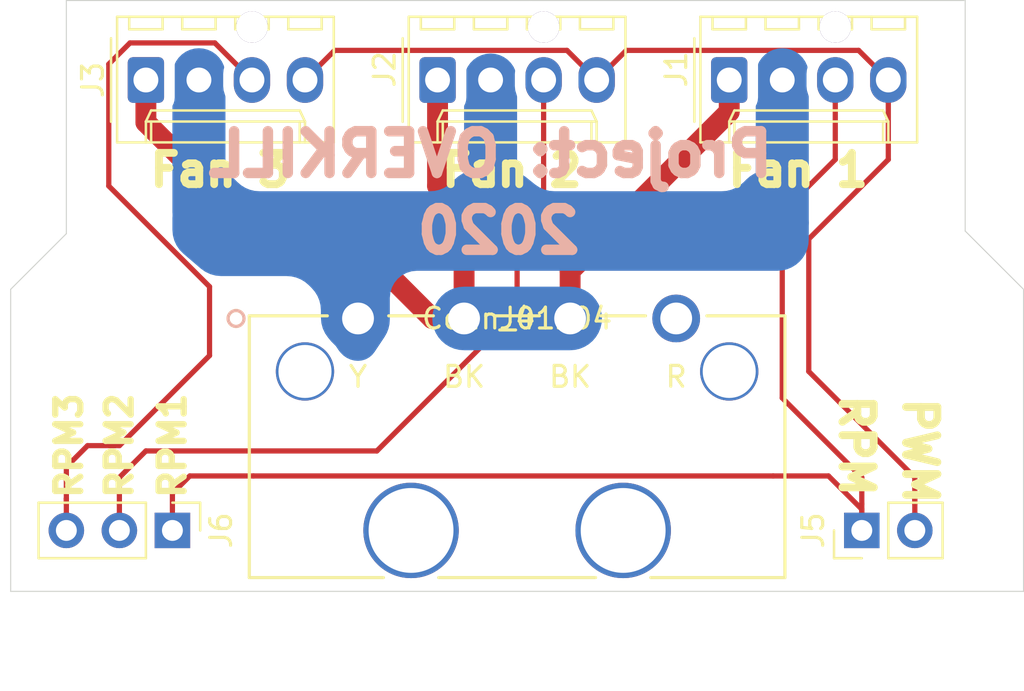
<source format=kicad_pcb>
(kicad_pcb (version 20171130) (host pcbnew "(5.1.6)-1")

  (general
    (thickness 1.6)
    (drawings 27)
    (tracks 57)
    (zones 0)
    (modules 8)
    (nets 8)
  )

  (page A4)
  (layers
    (0 F.Cu signal)
    (31 B.Cu signal)
    (32 B.Adhes user)
    (33 F.Adhes user)
    (34 B.Paste user)
    (35 F.Paste user)
    (36 B.SilkS user)
    (37 F.SilkS user)
    (38 B.Mask user)
    (39 F.Mask user)
    (40 Dwgs.User user)
    (41 Cmts.User user)
    (42 Eco1.User user)
    (43 Eco2.User user)
    (44 Edge.Cuts user)
    (45 Margin user)
    (46 B.CrtYd user)
    (47 F.CrtYd user)
    (48 B.Fab user)
    (49 F.Fab user)
  )

  (setup
    (last_trace_width 0.25)
    (user_trace_width 1)
    (trace_clearance 0.2)
    (zone_clearance 0.508)
    (zone_45_only no)
    (trace_min 0.2)
    (via_size 0.8)
    (via_drill 0.4)
    (via_min_size 0.4)
    (via_min_drill 0.3)
    (user_via 0.8 0.4)
    (uvia_size 0.3)
    (uvia_drill 0.1)
    (uvias_allowed no)
    (uvia_min_size 0.2)
    (uvia_min_drill 0.1)
    (edge_width 0.05)
    (segment_width 0.2)
    (pcb_text_width 0.3)
    (pcb_text_size 1.5 1.5)
    (mod_edge_width 0.12)
    (mod_text_size 1 1)
    (mod_text_width 0.15)
    (pad_size 1.524 1.524)
    (pad_drill 0.762)
    (pad_to_mask_clearance 0.05)
    (aux_axis_origin 0 0)
    (visible_elements 7FFFFFFF)
    (pcbplotparams
      (layerselection 0x010fc_ffffffff)
      (usegerberextensions false)
      (usegerberattributes true)
      (usegerberadvancedattributes true)
      (creategerberjobfile true)
      (excludeedgelayer true)
      (linewidth 0.100000)
      (plotframeref false)
      (viasonmask false)
      (mode 1)
      (useauxorigin false)
      (hpglpennumber 1)
      (hpglpenspeed 20)
      (hpglpendiameter 15.000000)
      (psnegative false)
      (psa4output false)
      (plotreference true)
      (plotvalue true)
      (plotinvisibletext false)
      (padsonsilk false)
      (subtractmaskfromsilk false)
      (outputformat 1)
      (mirror false)
      (drillshape 1)
      (scaleselection 1)
      (outputdirectory ""))
  )

  (net 0 "")
  (net 1 "Net-(J1-Pad1)")
  (net 2 "Net-(J1-Pad2)")
  (net 3 Tach1)
  (net 4 "Net-(J1-Pad4)")
  (net 5 Tach2)
  (net 6 Tach3)
  (net 7 "Net-(J4-Pad4)")

  (net_class Default "This is the default net class."
    (clearance 0.2)
    (trace_width 0.25)
    (via_dia 0.8)
    (via_drill 0.4)
    (uvia_dia 0.3)
    (uvia_drill 0.1)
    (add_net "Net-(J1-Pad1)")
    (add_net "Net-(J1-Pad2)")
    (add_net "Net-(J1-Pad4)")
    (add_net "Net-(J4-Pad4)")
    (add_net Tach1)
    (add_net Tach2)
    (add_net Tach3)
  )

  (module MountingHole:MountingHole_3.5mm (layer F.Cu) (tedit 56D1B4CB) (tstamp 5FACD7CA)
    (at 152.4 128.27)
    (descr "Mounting Hole 3.5mm, no annular")
    (tags "mounting hole 3.5mm no annular")
    (path /5FAE4514)
    (attr virtual)
    (fp_text reference H1 (at 0 -4.5) (layer Cmts.User)
      (effects (font (size 1 1) (thickness 0.15)))
    )
    (fp_text value MountingHole (at 0 4.5) (layer F.Fab)
      (effects (font (size 1 1) (thickness 0.15)))
    )
    (fp_circle (center 0 0) (end 3.75 0) (layer F.CrtYd) (width 0.05))
    (fp_circle (center 0 0) (end 3.5 0) (layer Cmts.User) (width 0.15))
    (fp_text user %R (at 0.3 0) (layer F.Fab)
      (effects (font (size 1 1) (thickness 0.15)))
    )
    (pad 1 np_thru_hole circle (at 0 0) (size 3.5 3.5) (drill 3.5) (layers *.Cu *.Mask))
  )

  (module MountingHole:MountingHole_3.5mm (layer F.Cu) (tedit 56D1B4CB) (tstamp 5FACD812)
    (at 114.3 128.27)
    (descr "Mounting Hole 3.5mm, no annular")
    (tags "mounting hole 3.5mm no annular")
    (path /5FAE60BF)
    (attr virtual)
    (fp_text reference H2 (at 0 -4.5) (layer Cmts.User)
      (effects (font (size 1 1) (thickness 0.15)))
    )
    (fp_text value MountingHole (at 0 4.5) (layer F.Fab)
      (effects (font (size 1 1) (thickness 0.15)))
    )
    (fp_text user %R (at 0.3 0) (layer F.Fab)
      (effects (font (size 1 1) (thickness 0.15)))
    )
    (fp_circle (center 0 0) (end 3.5 0) (layer Cmts.User) (width 0.15))
    (fp_circle (center 0 0) (end 3.75 0) (layer F.CrtYd) (width 0.05))
    (pad 1 np_thru_hole circle (at 0 0) (size 3.5 3.5) (drill 3.5) (layers *.Cu *.Mask))
  )

  (module Connector_Molex:4_pin_fan_header.-.Molex-470531000 (layer F.Cu) (tedit 5FAC016D) (tstamp 5FACCFBB)
    (at 143.51 116.84)
    (descr "Molex KK-254 Interconnect System, old/engineering part number: AE-6410-04A example for new part number: 22-27-2041, 4 Pins (http://www.molex.com/pdm_docs/sd/022272021_sd.pdf), generated with kicad-footprint-generator")
    (tags "connector Molex KK-254 vertical")
    (path /5FAC54EC)
    (fp_text reference J1 (at -2.54 -0.508 90) (layer F.SilkS)
      (effects (font (size 1 1) (thickness 0.15)))
    )
    (fp_text value Conn_01x04 (at 3.81 4.08) (layer F.Fab)
      (effects (font (size 1 1) (thickness 0.15)))
    )
    (fp_line (start -1.27 -2.92) (end -1.27 2.88) (layer F.Fab) (width 0.1))
    (fp_line (start -1.27 2.88) (end 8.89 2.88) (layer F.Fab) (width 0.1))
    (fp_line (start 8.89 2.88) (end 8.89 -2.92) (layer F.Fab) (width 0.1))
    (fp_line (start 8.89 -2.92) (end -1.27 -2.92) (layer F.Fab) (width 0.1))
    (fp_line (start -1.38 -3.03) (end -1.38 2.99) (layer F.SilkS) (width 0.12))
    (fp_line (start -1.38 2.99) (end 9 2.99) (layer F.SilkS) (width 0.12))
    (fp_line (start 9 2.99) (end 9 -3.03) (layer F.SilkS) (width 0.12))
    (fp_line (start 9 -3.03) (end -1.38 -3.03) (layer F.SilkS) (width 0.12))
    (fp_line (start -1.67 -2) (end -1.67 2) (layer F.SilkS) (width 0.12))
    (fp_line (start -1.27 -0.5) (end -0.562893 0) (layer F.Fab) (width 0.1))
    (fp_line (start -0.562893 0) (end -1.27 0.5) (layer F.Fab) (width 0.1))
    (fp_line (start 0 2.99) (end 0 1.99) (layer F.SilkS) (width 0.12))
    (fp_line (start 0 1.99) (end 7.62 1.99) (layer F.SilkS) (width 0.12))
    (fp_line (start 7.62 1.99) (end 7.62 2.99) (layer F.SilkS) (width 0.12))
    (fp_line (start 0 1.99) (end 0.25 1.46) (layer F.SilkS) (width 0.12))
    (fp_line (start 0.25 1.46) (end 7.37 1.46) (layer F.SilkS) (width 0.12))
    (fp_line (start 7.37 1.46) (end 7.62 1.99) (layer F.SilkS) (width 0.12))
    (fp_line (start 0.25 2.99) (end 0.25 1.99) (layer F.SilkS) (width 0.12))
    (fp_line (start 7.37 2.99) (end 7.37 1.99) (layer F.SilkS) (width 0.12))
    (fp_line (start -0.8 -3.03) (end -0.8 -2.43) (layer F.SilkS) (width 0.12))
    (fp_line (start -0.8 -2.43) (end 0.8 -2.43) (layer F.SilkS) (width 0.12))
    (fp_line (start 0.8 -2.43) (end 0.8 -3.03) (layer F.SilkS) (width 0.12))
    (fp_line (start 1.74 -3.03) (end 1.74 -2.43) (layer F.SilkS) (width 0.12))
    (fp_line (start 1.74 -2.43) (end 3.34 -2.43) (layer F.SilkS) (width 0.12))
    (fp_line (start 3.34 -2.43) (end 3.34 -3.03) (layer F.SilkS) (width 0.12))
    (fp_line (start 4.28 -3.03) (end 4.28 -2.43) (layer F.SilkS) (width 0.12))
    (fp_line (start 4.28 -2.43) (end 5.88 -2.43) (layer F.SilkS) (width 0.12))
    (fp_line (start 5.88 -2.43) (end 5.88 -3.03) (layer F.SilkS) (width 0.12))
    (fp_line (start 6.82 -3.03) (end 6.82 -2.43) (layer F.SilkS) (width 0.12))
    (fp_line (start 6.82 -2.43) (end 8.42 -2.43) (layer F.SilkS) (width 0.12))
    (fp_line (start 8.42 -2.43) (end 8.42 -3.03) (layer F.SilkS) (width 0.12))
    (fp_line (start -1.77 -3.42) (end -1.77 3.38) (layer F.CrtYd) (width 0.05))
    (fp_line (start -1.77 3.38) (end 9.39 3.38) (layer F.CrtYd) (width 0.05))
    (fp_line (start 9.39 3.38) (end 9.39 -3.42) (layer F.CrtYd) (width 0.05))
    (fp_line (start 9.39 -3.42) (end -1.77 -3.42) (layer F.CrtYd) (width 0.05))
    (fp_text user %R (at 3.81 -2.22) (layer F.Fab)
      (effects (font (size 1 1) (thickness 0.15)))
    )
    (pad 1 thru_hole roundrect (at 0 0) (size 1.74 2.19) (drill 1.19) (layers *.Cu *.Mask) (roundrect_rratio 0.143678)
      (net 1 "Net-(J1-Pad1)"))
    (pad 2 thru_hole oval (at 2.54 0) (size 1.74 2.19) (drill 1.19) (layers *.Cu *.Mask)
      (net 2 "Net-(J1-Pad2)"))
    (pad 3 thru_hole oval (at 5.08 0) (size 1.74 2.19) (drill 1.19) (layers *.Cu *.Mask)
      (net 3 Tach1))
    (pad 4 thru_hole oval (at 7.62 0) (size 1.74 2.19) (drill 1.19) (layers *.Cu *.Mask)
      (net 4 "Net-(J1-Pad4)"))
    (pad "" thru_hole circle (at 5.08 -2.54) (size 1.5 1.5) (drill 1.5) (layers *.Cu *.Mask))
    (model ${KISYS3DMOD}/Connector_Molex.3dshapes/Molex_KK-254_AE-6410-04A_1x04_P2.54mm_Vertical.wrl
      (at (xyz 0 0 0))
      (scale (xyz 1 1 1))
      (rotate (xyz 0 0 0))
    )
  )

  (module Connector_Molex:4_pin_fan_header.-.Molex-470531000 (layer F.Cu) (tedit 5FAC016D) (tstamp 5FACCFE8)
    (at 129.54 116.84)
    (descr "Molex KK-254 Interconnect System, old/engineering part number: AE-6410-04A example for new part number: 22-27-2041, 4 Pins (http://www.molex.com/pdm_docs/sd/022272021_sd.pdf), generated with kicad-footprint-generator")
    (tags "connector Molex KK-254 vertical")
    (path /5FAD8A42)
    (fp_text reference J2 (at -2.54 -0.508 90) (layer F.SilkS)
      (effects (font (size 1 1) (thickness 0.15)))
    )
    (fp_text value Conn_01x04 (at 3.81 4.08) (layer F.Fab)
      (effects (font (size 1 1) (thickness 0.15)))
    )
    (fp_text user %R (at 3.81 -2.22) (layer F.Fab)
      (effects (font (size 1 1) (thickness 0.15)))
    )
    (fp_line (start 9.39 -3.42) (end -1.77 -3.42) (layer F.CrtYd) (width 0.05))
    (fp_line (start 9.39 3.38) (end 9.39 -3.42) (layer F.CrtYd) (width 0.05))
    (fp_line (start -1.77 3.38) (end 9.39 3.38) (layer F.CrtYd) (width 0.05))
    (fp_line (start -1.77 -3.42) (end -1.77 3.38) (layer F.CrtYd) (width 0.05))
    (fp_line (start 8.42 -2.43) (end 8.42 -3.03) (layer F.SilkS) (width 0.12))
    (fp_line (start 6.82 -2.43) (end 8.42 -2.43) (layer F.SilkS) (width 0.12))
    (fp_line (start 6.82 -3.03) (end 6.82 -2.43) (layer F.SilkS) (width 0.12))
    (fp_line (start 5.88 -2.43) (end 5.88 -3.03) (layer F.SilkS) (width 0.12))
    (fp_line (start 4.28 -2.43) (end 5.88 -2.43) (layer F.SilkS) (width 0.12))
    (fp_line (start 4.28 -3.03) (end 4.28 -2.43) (layer F.SilkS) (width 0.12))
    (fp_line (start 3.34 -2.43) (end 3.34 -3.03) (layer F.SilkS) (width 0.12))
    (fp_line (start 1.74 -2.43) (end 3.34 -2.43) (layer F.SilkS) (width 0.12))
    (fp_line (start 1.74 -3.03) (end 1.74 -2.43) (layer F.SilkS) (width 0.12))
    (fp_line (start 0.8 -2.43) (end 0.8 -3.03) (layer F.SilkS) (width 0.12))
    (fp_line (start -0.8 -2.43) (end 0.8 -2.43) (layer F.SilkS) (width 0.12))
    (fp_line (start -0.8 -3.03) (end -0.8 -2.43) (layer F.SilkS) (width 0.12))
    (fp_line (start 7.37 2.99) (end 7.37 1.99) (layer F.SilkS) (width 0.12))
    (fp_line (start 0.25 2.99) (end 0.25 1.99) (layer F.SilkS) (width 0.12))
    (fp_line (start 7.37 1.46) (end 7.62 1.99) (layer F.SilkS) (width 0.12))
    (fp_line (start 0.25 1.46) (end 7.37 1.46) (layer F.SilkS) (width 0.12))
    (fp_line (start 0 1.99) (end 0.25 1.46) (layer F.SilkS) (width 0.12))
    (fp_line (start 7.62 1.99) (end 7.62 2.99) (layer F.SilkS) (width 0.12))
    (fp_line (start 0 1.99) (end 7.62 1.99) (layer F.SilkS) (width 0.12))
    (fp_line (start 0 2.99) (end 0 1.99) (layer F.SilkS) (width 0.12))
    (fp_line (start -0.562893 0) (end -1.27 0.5) (layer F.Fab) (width 0.1))
    (fp_line (start -1.27 -0.5) (end -0.562893 0) (layer F.Fab) (width 0.1))
    (fp_line (start -1.67 -2) (end -1.67 2) (layer F.SilkS) (width 0.12))
    (fp_line (start 9 -3.03) (end -1.38 -3.03) (layer F.SilkS) (width 0.12))
    (fp_line (start 9 2.99) (end 9 -3.03) (layer F.SilkS) (width 0.12))
    (fp_line (start -1.38 2.99) (end 9 2.99) (layer F.SilkS) (width 0.12))
    (fp_line (start -1.38 -3.03) (end -1.38 2.99) (layer F.SilkS) (width 0.12))
    (fp_line (start 8.89 -2.92) (end -1.27 -2.92) (layer F.Fab) (width 0.1))
    (fp_line (start 8.89 2.88) (end 8.89 -2.92) (layer F.Fab) (width 0.1))
    (fp_line (start -1.27 2.88) (end 8.89 2.88) (layer F.Fab) (width 0.1))
    (fp_line (start -1.27 -2.92) (end -1.27 2.88) (layer F.Fab) (width 0.1))
    (pad "" thru_hole circle (at 5.08 -2.54) (size 1.5 1.5) (drill 1.5) (layers *.Cu *.Mask))
    (pad 4 thru_hole oval (at 7.62 0) (size 1.74 2.19) (drill 1.19) (layers *.Cu *.Mask)
      (net 4 "Net-(J1-Pad4)"))
    (pad 3 thru_hole oval (at 5.08 0) (size 1.74 2.19) (drill 1.19) (layers *.Cu *.Mask)
      (net 5 Tach2))
    (pad 2 thru_hole oval (at 2.54 0) (size 1.74 2.19) (drill 1.19) (layers *.Cu *.Mask)
      (net 2 "Net-(J1-Pad2)"))
    (pad 1 thru_hole roundrect (at 0 0) (size 1.74 2.19) (drill 1.19) (layers *.Cu *.Mask) (roundrect_rratio 0.143678)
      (net 1 "Net-(J1-Pad1)"))
    (model ${KISYS3DMOD}/Connector_Molex.3dshapes/Molex_KK-254_AE-6410-04A_1x04_P2.54mm_Vertical.wrl
      (at (xyz 0 0 0))
      (scale (xyz 1 1 1))
      (rotate (xyz 0 0 0))
    )
  )

  (module Connector_Molex:4_pin_fan_header.-.Molex-470531000 (layer F.Cu) (tedit 5FAC016D) (tstamp 5FACD015)
    (at 115.57 116.84)
    (descr "Molex KK-254 Interconnect System, old/engineering part number: AE-6410-04A example for new part number: 22-27-2041, 4 Pins (http://www.molex.com/pdm_docs/sd/022272021_sd.pdf), generated with kicad-footprint-generator")
    (tags "connector Molex KK-254 vertical")
    (path /5FADABF8)
    (fp_text reference J3 (at -2.54 0 90) (layer F.SilkS)
      (effects (font (size 1 1) (thickness 0.15)))
    )
    (fp_text value Conn_01x04 (at 3.81 4.08) (layer F.Fab)
      (effects (font (size 1 1) (thickness 0.15)))
    )
    (fp_line (start -1.27 -2.92) (end -1.27 2.88) (layer F.Fab) (width 0.1))
    (fp_line (start -1.27 2.88) (end 8.89 2.88) (layer F.Fab) (width 0.1))
    (fp_line (start 8.89 2.88) (end 8.89 -2.92) (layer F.Fab) (width 0.1))
    (fp_line (start 8.89 -2.92) (end -1.27 -2.92) (layer F.Fab) (width 0.1))
    (fp_line (start -1.38 -3.03) (end -1.38 2.99) (layer F.SilkS) (width 0.12))
    (fp_line (start -1.38 2.99) (end 9 2.99) (layer F.SilkS) (width 0.12))
    (fp_line (start 9 2.99) (end 9 -3.03) (layer F.SilkS) (width 0.12))
    (fp_line (start 9 -3.03) (end -1.38 -3.03) (layer F.SilkS) (width 0.12))
    (fp_line (start -1.67 -2) (end -1.67 2) (layer F.SilkS) (width 0.12))
    (fp_line (start -1.27 -0.5) (end -0.562893 0) (layer F.Fab) (width 0.1))
    (fp_line (start -0.562893 0) (end -1.27 0.5) (layer F.Fab) (width 0.1))
    (fp_line (start 0 2.99) (end 0 1.99) (layer F.SilkS) (width 0.12))
    (fp_line (start 0 1.99) (end 7.62 1.99) (layer F.SilkS) (width 0.12))
    (fp_line (start 7.62 1.99) (end 7.62 2.99) (layer F.SilkS) (width 0.12))
    (fp_line (start 0 1.99) (end 0.25 1.46) (layer F.SilkS) (width 0.12))
    (fp_line (start 0.25 1.46) (end 7.37 1.46) (layer F.SilkS) (width 0.12))
    (fp_line (start 7.37 1.46) (end 7.62 1.99) (layer F.SilkS) (width 0.12))
    (fp_line (start 0.25 2.99) (end 0.25 1.99) (layer F.SilkS) (width 0.12))
    (fp_line (start 7.37 2.99) (end 7.37 1.99) (layer F.SilkS) (width 0.12))
    (fp_line (start -0.8 -3.03) (end -0.8 -2.43) (layer F.SilkS) (width 0.12))
    (fp_line (start -0.8 -2.43) (end 0.8 -2.43) (layer F.SilkS) (width 0.12))
    (fp_line (start 0.8 -2.43) (end 0.8 -3.03) (layer F.SilkS) (width 0.12))
    (fp_line (start 1.74 -3.03) (end 1.74 -2.43) (layer F.SilkS) (width 0.12))
    (fp_line (start 1.74 -2.43) (end 3.34 -2.43) (layer F.SilkS) (width 0.12))
    (fp_line (start 3.34 -2.43) (end 3.34 -3.03) (layer F.SilkS) (width 0.12))
    (fp_line (start 4.28 -3.03) (end 4.28 -2.43) (layer F.SilkS) (width 0.12))
    (fp_line (start 4.28 -2.43) (end 5.88 -2.43) (layer F.SilkS) (width 0.12))
    (fp_line (start 5.88 -2.43) (end 5.88 -3.03) (layer F.SilkS) (width 0.12))
    (fp_line (start 6.82 -3.03) (end 6.82 -2.43) (layer F.SilkS) (width 0.12))
    (fp_line (start 6.82 -2.43) (end 8.42 -2.43) (layer F.SilkS) (width 0.12))
    (fp_line (start 8.42 -2.43) (end 8.42 -3.03) (layer F.SilkS) (width 0.12))
    (fp_line (start -1.77 -3.42) (end -1.77 3.38) (layer F.CrtYd) (width 0.05))
    (fp_line (start -1.77 3.38) (end 9.39 3.38) (layer F.CrtYd) (width 0.05))
    (fp_line (start 9.39 3.38) (end 9.39 -3.42) (layer F.CrtYd) (width 0.05))
    (fp_line (start 9.39 -3.42) (end -1.77 -3.42) (layer F.CrtYd) (width 0.05))
    (fp_text user %R (at 3.81 -2.22) (layer F.Fab)
      (effects (font (size 1 1) (thickness 0.15)))
    )
    (pad 1 thru_hole roundrect (at 0 0) (size 1.74 2.19) (drill 1.19) (layers *.Cu *.Mask) (roundrect_rratio 0.143678)
      (net 1 "Net-(J1-Pad1)"))
    (pad 2 thru_hole oval (at 2.54 0) (size 1.74 2.19) (drill 1.19) (layers *.Cu *.Mask)
      (net 2 "Net-(J1-Pad2)"))
    (pad 3 thru_hole oval (at 5.08 0) (size 1.74 2.19) (drill 1.19) (layers *.Cu *.Mask)
      (net 6 Tach3))
    (pad 4 thru_hole oval (at 7.62 0) (size 1.74 2.19) (drill 1.19) (layers *.Cu *.Mask)
      (net 4 "Net-(J1-Pad4)"))
    (pad "" thru_hole circle (at 5.08 -2.54) (size 1.5 1.5) (drill 1.5) (layers *.Cu *.Mask))
    (model ${KISYS3DMOD}/Connector_Molex.3dshapes/Molex_KK-254_AE-6410-04A_1x04_P2.54mm_Vertical.wrl
      (at (xyz 0 0 0))
      (scale (xyz 1 1 1))
      (rotate (xyz 0 0 0))
    )
  )

  (module Connector_Mate-N-Lok:641737-1 (layer F.Cu) (tedit 0) (tstamp 5FACD039)
    (at 125.73 128.27)
    (path /5FAF04AC)
    (fp_text reference J4 (at 7.62 0) (layer F.SilkS)
      (effects (font (size 1 1) (thickness 0.15)))
    )
    (fp_text value Conn_01x04 (at 7.62 0) (layer F.SilkS)
      (effects (font (size 1 1) (thickness 0.15)))
    )
    (fp_circle (center 0 -1.905) (end 0.381 -1.905) (layer F.Fab) (width 0.1524))
    (fp_circle (center -5.842 0) (end -5.461 0) (layer B.SilkS) (width 0.1524))
    (fp_circle (center -5.842 0) (end -5.461 0) (layer F.SilkS) (width 0.1524))
    (fp_line (start 20.574 -1.397) (end -5.334 -1.397) (layer F.CrtYd) (width 0.1524))
    (fp_line (start 20.574 12.7) (end 20.574 -1.397) (layer F.CrtYd) (width 0.1524))
    (fp_line (start -5.334 12.7) (end 20.574 12.7) (layer F.CrtYd) (width 0.1524))
    (fp_line (start -5.334 -1.397) (end -5.334 12.7) (layer F.CrtYd) (width 0.1524))
    (fp_line (start 14.021925 12.4206) (end 20.447 12.4206) (layer F.SilkS) (width 0.1524))
    (fp_line (start 3.861925 12.4206) (end 11.378075 12.4206) (layer F.SilkS) (width 0.1524))
    (fp_line (start 13.769735 -0.127) (end 11.630265 -0.127) (layer F.SilkS) (width 0.1524))
    (fp_line (start 8.689735 -0.127) (end 6.550265 -0.127) (layer F.SilkS) (width 0.1524))
    (fp_line (start 3.609735 -0.127) (end 1.470265 -0.127) (layer F.SilkS) (width 0.1524))
    (fp_line (start -1.470265 -0.127) (end -5.207 -0.127) (layer F.SilkS) (width 0.1524))
    (fp_line (start -5.08 0) (end -5.08 12.2936) (layer F.Fab) (width 0.1524))
    (fp_line (start 20.32 0) (end -5.08 0) (layer F.Fab) (width 0.1524))
    (fp_line (start 20.32 12.2936) (end 20.32 0) (layer F.Fab) (width 0.1524))
    (fp_line (start -5.08 12.2936) (end 20.32 12.2936) (layer F.Fab) (width 0.1524))
    (fp_line (start -5.207 -0.127) (end -5.207 12.4206) (layer F.SilkS) (width 0.1524))
    (fp_line (start 20.447 -0.127) (end 16.710265 -0.127) (layer F.SilkS) (width 0.1524))
    (fp_line (start 20.447 12.4206) (end 20.447 -0.127) (layer F.SilkS) (width 0.1524))
    (fp_line (start -5.207 12.4206) (end 1.218075 12.4206) (layer F.SilkS) (width 0.1524))
    (fp_text user "Copyright 2016 Accelerated Designs. All rights reserved." (at 0 0) (layer Cmts.User)
      (effects (font (size 0.127 0.127) (thickness 0.002)))
    )
    (fp_text user * (at 0 0) (layer F.SilkS)
      (effects (font (size 1 1) (thickness 0.15)))
    )
    (fp_text user * (at 0 0) (layer F.Fab)
      (effects (font (size 1 1) (thickness 0.15)))
    )
    (pad 1 thru_hole circle (at 0 0) (size 2.286 2.286) (drill 1.524) (layers *.Cu *.Mask)
      (net 2 "Net-(J1-Pad2)"))
    (pad 2 thru_hole circle (at 5.08 0) (size 2.286 2.286) (drill 1.524) (layers *.Cu *.Mask)
      (net 1 "Net-(J1-Pad1)"))
    (pad 3 thru_hole circle (at 10.16 0) (size 2.286 2.286) (drill 1.524) (layers *.Cu *.Mask)
      (net 1 "Net-(J1-Pad1)"))
    (pad 4 thru_hole circle (at 15.24 0) (size 2.286 2.286) (drill 1.524) (layers *.Cu *.Mask)
      (net 7 "Net-(J4-Pad4)"))
    (pad 5 thru_hole circle (at -2.54 2.54) (size 2.794 2.794) (drill 2.54) (layers *.Cu *.Mask))
    (pad 6 thru_hole circle (at 17.78 2.54) (size 2.794 2.794) (drill 2.54) (layers *.Cu *.Mask))
    (pad 7 thru_hole circle (at 2.54 10.16) (size 4.572 4.572) (drill 4.064) (layers *.Cu *.Mask))
    (pad 8 thru_hole circle (at 12.7 10.16) (size 4.572 4.572) (drill 4.064) (layers *.Cu *.Mask))
  )

  (module Connector_PinHeader_2.54mm:PinHeader_1x02_P2.54mm_Vertical (layer F.Cu) (tedit 59FED5CC) (tstamp 5FACD8E0)
    (at 149.86 138.43 90)
    (descr "Through hole straight pin header, 1x02, 2.54mm pitch, single row")
    (tags "Through hole pin header THT 1x02 2.54mm single row")
    (path /5FAC78EE)
    (fp_text reference J5 (at 0 -2.33 90) (layer F.SilkS)
      (effects (font (size 1 1) (thickness 0.15)))
    )
    (fp_text value Conn_01x02_Female (at 0 4.87 90) (layer F.Fab)
      (effects (font (size 1 1) (thickness 0.15)))
    )
    (fp_line (start 1.8 -1.8) (end -1.8 -1.8) (layer F.CrtYd) (width 0.05))
    (fp_line (start 1.8 4.35) (end 1.8 -1.8) (layer F.CrtYd) (width 0.05))
    (fp_line (start -1.8 4.35) (end 1.8 4.35) (layer F.CrtYd) (width 0.05))
    (fp_line (start -1.8 -1.8) (end -1.8 4.35) (layer F.CrtYd) (width 0.05))
    (fp_line (start -1.33 -1.33) (end 0 -1.33) (layer F.SilkS) (width 0.12))
    (fp_line (start -1.33 0) (end -1.33 -1.33) (layer F.SilkS) (width 0.12))
    (fp_line (start -1.33 1.27) (end 1.33 1.27) (layer F.SilkS) (width 0.12))
    (fp_line (start 1.33 1.27) (end 1.33 3.87) (layer F.SilkS) (width 0.12))
    (fp_line (start -1.33 1.27) (end -1.33 3.87) (layer F.SilkS) (width 0.12))
    (fp_line (start -1.33 3.87) (end 1.33 3.87) (layer F.SilkS) (width 0.12))
    (fp_line (start -1.27 -0.635) (end -0.635 -1.27) (layer F.Fab) (width 0.1))
    (fp_line (start -1.27 3.81) (end -1.27 -0.635) (layer F.Fab) (width 0.1))
    (fp_line (start 1.27 3.81) (end -1.27 3.81) (layer F.Fab) (width 0.1))
    (fp_line (start 1.27 -1.27) (end 1.27 3.81) (layer F.Fab) (width 0.1))
    (fp_line (start -0.635 -1.27) (end 1.27 -1.27) (layer F.Fab) (width 0.1))
    (fp_text user %R (at 0 1.27) (layer F.Fab)
      (effects (font (size 1 1) (thickness 0.15)))
    )
    (pad 1 thru_hole rect (at 0 0 90) (size 1.7 1.7) (drill 1) (layers *.Cu *.Mask)
      (net 3 Tach1))
    (pad 2 thru_hole oval (at 0 2.54 90) (size 1.7 1.7) (drill 1) (layers *.Cu *.Mask)
      (net 4 "Net-(J1-Pad4)"))
    (model ${KISYS3DMOD}/Connector_PinHeader_2.54mm.3dshapes/PinHeader_1x02_P2.54mm_Vertical.wrl
      (at (xyz 0 0 0))
      (scale (xyz 1 1 1))
      (rotate (xyz 0 0 0))
    )
  )

  (module Connector_PinHeader_2.54mm:PinHeader_1x03_P2.54mm_Vertical (layer F.Cu) (tedit 59FED5CC) (tstamp 5FACD066)
    (at 116.84 138.43 270)
    (descr "Through hole straight pin header, 1x03, 2.54mm pitch, single row")
    (tags "Through hole pin header THT 1x03 2.54mm single row")
    (path /5FAEC6E4)
    (fp_text reference J6 (at 0 -2.33 90) (layer F.SilkS)
      (effects (font (size 1 1) (thickness 0.15)))
    )
    (fp_text value Conn_01x03 (at 0 7.41 90) (layer F.Fab)
      (effects (font (size 1 1) (thickness 0.15)))
    )
    (fp_line (start 1.8 -1.8) (end -1.8 -1.8) (layer F.CrtYd) (width 0.05))
    (fp_line (start 1.8 6.85) (end 1.8 -1.8) (layer F.CrtYd) (width 0.05))
    (fp_line (start -1.8 6.85) (end 1.8 6.85) (layer F.CrtYd) (width 0.05))
    (fp_line (start -1.8 -1.8) (end -1.8 6.85) (layer F.CrtYd) (width 0.05))
    (fp_line (start -1.33 -1.33) (end 0 -1.33) (layer F.SilkS) (width 0.12))
    (fp_line (start -1.33 0) (end -1.33 -1.33) (layer F.SilkS) (width 0.12))
    (fp_line (start -1.33 1.27) (end 1.33 1.27) (layer F.SilkS) (width 0.12))
    (fp_line (start 1.33 1.27) (end 1.33 6.41) (layer F.SilkS) (width 0.12))
    (fp_line (start -1.33 1.27) (end -1.33 6.41) (layer F.SilkS) (width 0.12))
    (fp_line (start -1.33 6.41) (end 1.33 6.41) (layer F.SilkS) (width 0.12))
    (fp_line (start -1.27 -0.635) (end -0.635 -1.27) (layer F.Fab) (width 0.1))
    (fp_line (start -1.27 6.35) (end -1.27 -0.635) (layer F.Fab) (width 0.1))
    (fp_line (start 1.27 6.35) (end -1.27 6.35) (layer F.Fab) (width 0.1))
    (fp_line (start 1.27 -1.27) (end 1.27 6.35) (layer F.Fab) (width 0.1))
    (fp_line (start -0.635 -1.27) (end 1.27 -1.27) (layer F.Fab) (width 0.1))
    (fp_text user %R (at 0 2.54) (layer F.Fab)
      (effects (font (size 1 1) (thickness 0.15)))
    )
    (pad 1 thru_hole rect (at 0 0 270) (size 1.7 1.7) (drill 1) (layers *.Cu *.Mask)
      (net 3 Tach1))
    (pad 2 thru_hole oval (at 0 2.54 270) (size 1.7 1.7) (drill 1) (layers *.Cu *.Mask)
      (net 5 Tach2))
    (pad 3 thru_hole oval (at 0 5.08 270) (size 1.7 1.7) (drill 1) (layers *.Cu *.Mask)
      (net 6 Tach3))
    (model ${KISYS3DMOD}/Connector_PinHeader_2.54mm.3dshapes/PinHeader_1x03_P2.54mm_Vertical.wrl
      (at (xyz 0 0 0))
      (scale (xyz 1 1 1))
      (rotate (xyz 0 0 0))
    )
  )

  (gr_text 2020 (at 132.461 124.079) (layer B.SilkS)
    (effects (font (size 2 2) (thickness 0.5)) (justify mirror))
  )
  (gr_text "Project: OVERKILL" (at 132.08 120.396) (layer B.SilkS)
    (effects (font (size 2 2) (thickness 0.5)) (justify mirror))
  )
  (gr_text R (at 140.97 131.064) (layer F.SilkS)
    (effects (font (size 1 1) (thickness 0.15)))
  )
  (gr_text BK (at 135.89 131.064) (layer F.SilkS)
    (effects (font (size 1 1) (thickness 0.15)))
  )
  (gr_text BK (at 130.81 131.064) (layer F.SilkS)
    (effects (font (size 1 1) (thickness 0.15)))
  )
  (gr_text Y (at 125.73 131.064) (layer F.SilkS)
    (effects (font (size 1 1) (thickness 0.15)))
  )
  (gr_line (start 154.813 124.079) (end 154.813 113.03) (layer Edge.Cuts) (width 0.05))
  (gr_line (start 157.607 126.873) (end 154.813 124.079) (layer Edge.Cuts) (width 0.05))
  (gr_line (start 111.76 124.206) (end 111.76 113.03) (layer Edge.Cuts) (width 0.05))
  (gr_line (start 109.093 126.873) (end 111.76 124.206) (layer Edge.Cuts) (width 0.05))
  (gr_line (start 154.813 113.03) (end 133.985 113.03) (layer Edge.Cuts) (width 0.05) (tstamp 5FACDE5E))
  (gr_line (start 157.607 141.351) (end 157.607 126.873) (layer Edge.Cuts) (width 0.05))
  (gr_line (start 109.093 141.351) (end 157.607 141.351) (layer Edge.Cuts) (width 0.05))
  (gr_line (start 109.093 126.873) (end 109.093 141.351) (layer Edge.Cuts) (width 0.05))
  (gr_line (start 133.985 113.03) (end 111.76 113.03) (layer Edge.Cuts) (width 0.05))
  (gr_text RPM3 (at 111.887 134.366 90) (layer F.SilkS) (tstamp 5FACDE58)
    (effects (font (size 1.2 1.2) (thickness 0.3)))
  )
  (gr_text RPM2 (at 114.3 134.366 90) (layer F.SilkS) (tstamp 5FACDE58)
    (effects (font (size 1.2 1.2) (thickness 0.3)))
  )
  (gr_text RPM1 (at 116.84 134.366 90) (layer F.SilkS)
    (effects (font (size 1.2 1.2) (thickness 0.3)))
  )
  (gr_text PWM (at 152.654 134.62 270) (layer F.SilkS)
    (effects (font (size 1.5 1.5) (thickness 0.375)))
  )
  (gr_text RPM (at 149.606 134.366 270) (layer F.SilkS)
    (effects (font (size 1.5 1.5) (thickness 0.375)))
  )
  (gr_text "Fan 3" (at 119.126 121.158) (layer F.SilkS) (tstamp 5FACDC4B)
    (effects (font (size 1.5 1.5) (thickness 0.375)))
  )
  (gr_text "Fan 2" (at 133.096 121.158) (layer F.SilkS) (tstamp 5FACDC4B)
    (effects (font (size 1.5 1.5) (thickness 0.375)))
  )
  (gr_text "Fan 1" (at 146.812 121.158) (layer F.SilkS)
    (effects (font (size 1.5 1.5) (thickness 0.375)))
  )
  (gr_poly (pts (xy 132.08 138.43) (xy 129.54 134.62) (xy 134.62 134.62)) (layer Dwgs.User) (width 0.1))
  (gr_line (start 134.62 134.62) (end 132.08 138.43) (layer Dwgs.User) (width 0.15) (tstamp 5FACD26E))
  (gr_line (start 129.54 134.62) (end 134.62 134.62) (layer Dwgs.User) (width 0.15))
  (gr_line (start 132.08 138.43) (end 129.54 134.62) (layer Dwgs.User) (width 0.15))

  (segment (start 143.51 116.84) (end 143.51 118.364) (width 1) (layer F.Cu) (net 1))
  (segment (start 135.89 125.984) (end 135.89 128.27) (width 1) (layer F.Cu) (net 1))
  (segment (start 143.51 118.364) (end 135.89 125.984) (width 1) (layer F.Cu) (net 1))
  (segment (start 129.54 116.84) (end 129.54 121.92) (width 1) (layer F.Cu) (net 1))
  (segment (start 130.81 123.19) (end 130.81 128.27) (width 1) (layer F.Cu) (net 1))
  (segment (start 129.54 121.92) (end 130.81 123.19) (width 1) (layer F.Cu) (net 1))
  (segment (start 115.57 118.872) (end 115.57 116.84) (width 1) (layer F.Cu) (net 1))
  (segment (start 120.65 123.952) (end 115.57 118.872) (width 1) (layer F.Cu) (net 1))
  (segment (start 130.81 128.27) (end 129.286 128.27) (width 1) (layer F.Cu) (net 1))
  (segment (start 124.968 123.952) (end 120.65 123.952) (width 1) (layer F.Cu) (net 1))
  (segment (start 129.286 128.27) (end 124.968 123.952) (width 1) (layer F.Cu) (net 1))
  (segment (start 149.86 137.16) (end 149.86 135.89) (width 0.25) (layer F.Cu) (net 3))
  (segment (start 149.86 135.89) (end 146.05 132.08) (width 0.25) (layer F.Cu) (net 3))
  (segment (start 146.05 132.08) (end 146.05 123.19) (width 0.25) (layer F.Cu) (net 3))
  (segment (start 148.59 120.65) (end 148.59 116.84) (width 0.25) (layer F.Cu) (net 3))
  (segment (start 146.05 123.19) (end 148.59 120.65) (width 0.25) (layer F.Cu) (net 3))
  (segment (start 145.613001 135.818999) (end 148.264999 135.818999) (width 0.25) (layer F.Cu) (net 3))
  (segment (start 145.613001 135.818999) (end 120.721001 135.818999) (width 0.25) (layer F.Cu) (net 3))
  (segment (start 149.86 137.414) (end 149.86 138.43) (width 0.25) (layer F.Cu) (net 3))
  (segment (start 148.264999 135.818999) (end 149.86 137.414) (width 0.25) (layer F.Cu) (net 3))
  (segment (start 149.86 137.16) (end 149.86 138.43) (width 0.25) (layer F.Cu) (net 3))
  (segment (start 120.721001 135.818999) (end 117.673001 135.818999) (width 0.25) (layer F.Cu) (net 3))
  (segment (start 116.84 136.652) (end 116.84 138.43) (width 0.25) (layer F.Cu) (net 3))
  (segment (start 117.673001 135.818999) (end 116.84 136.652) (width 0.25) (layer F.Cu) (net 3))
  (segment (start 151.13 116.84) (end 151.13 120.65) (width 0.25) (layer F.Cu) (net 4))
  (segment (start 151.13 120.65) (end 147.32 124.46) (width 0.25) (layer F.Cu) (net 4))
  (segment (start 147.32 124.46) (end 147.32 130.81) (width 0.25) (layer F.Cu) (net 4))
  (segment (start 147.32 130.81) (end 152.4 135.89) (width 0.25) (layer F.Cu) (net 4))
  (segment (start 149.70999 115.41999) (end 151.13 116.84) (width 0.25) (layer F.Cu) (net 4))
  (segment (start 138.58001 115.41999) (end 149.70999 115.41999) (width 0.25) (layer F.Cu) (net 4))
  (segment (start 137.16 116.84) (end 138.58001 115.41999) (width 0.25) (layer F.Cu) (net 4))
  (segment (start 124.61001 115.41999) (end 123.19 116.84) (width 0.25) (layer F.Cu) (net 4))
  (segment (start 135.73999 115.41999) (end 124.61001 115.41999) (width 0.25) (layer F.Cu) (net 4))
  (segment (start 137.16 116.84) (end 135.73999 115.41999) (width 0.25) (layer F.Cu) (net 4))
  (segment (start 152.4 138.43) (end 152.4 136.906) (width 0.25) (layer F.Cu) (net 4))
  (segment (start 152.4 135.89) (end 152.4 136.906) (width 0.25) (layer F.Cu) (net 4))
  (segment (start 152.4 136.906) (end 152.4 137.16) (width 0.25) (layer F.Cu) (net 4))
  (segment (start 134.62 116.84) (end 134.62 124.46) (width 0.25) (layer F.Cu) (net 5))
  (segment (start 134.62 124.46) (end 133.35 125.73) (width 0.25) (layer F.Cu) (net 5))
  (segment (start 133.35 127.902642) (end 126.632642 134.62) (width 0.25) (layer F.Cu) (net 5))
  (segment (start 133.35 125.73) (end 133.35 127.902642) (width 0.25) (layer F.Cu) (net 5))
  (segment (start 126.632642 134.62) (end 115.57 134.62) (width 0.25) (layer F.Cu) (net 5))
  (segment (start 114.3 135.89) (end 114.3 137.16) (width 0.25) (layer F.Cu) (net 5))
  (segment (start 115.57 134.62) (end 114.3 135.89) (width 0.25) (layer F.Cu) (net 5))
  (segment (start 114.3 137.16) (end 114.3 138.43) (width 0.25) (layer F.Cu) (net 5))
  (segment (start 112.776 134.366) (end 111.76 135.382) (width 0.25) (layer F.Cu) (net 6))
  (segment (start 114.3 134.366) (end 112.776 134.366) (width 0.25) (layer F.Cu) (net 6))
  (segment (start 118.618 126.746) (end 118.618 130.048) (width 0.25) (layer F.Cu) (net 6))
  (segment (start 118.618 130.048) (end 114.3 134.366) (width 0.25) (layer F.Cu) (net 6))
  (segment (start 118.872 115.062) (end 114.808 115.062) (width 0.25) (layer F.Cu) (net 6))
  (segment (start 120.65 116.84) (end 118.872 115.062) (width 0.25) (layer F.Cu) (net 6))
  (segment (start 113.792 116.078) (end 113.792 121.92) (width 0.25) (layer F.Cu) (net 6))
  (segment (start 114.808 115.062) (end 113.792 116.078) (width 0.25) (layer F.Cu) (net 6))
  (segment (start 113.792 121.92) (end 118.618 126.746) (width 0.25) (layer F.Cu) (net 6))
  (segment (start 111.76 138.43) (end 111.76 136.906) (width 0.25) (layer F.Cu) (net 6))
  (segment (start 111.76 135.382) (end 111.76 136.906) (width 0.25) (layer F.Cu) (net 6))
  (segment (start 111.76 136.906) (end 111.76 137.16) (width 0.25) (layer F.Cu) (net 6))

  (zone (net 1) (net_name "Net-(J1-Pad1)") (layer B.Cu) (tstamp 0) (hatch full 0.508)
    (connect_pads yes (clearance 0.508))
    (min_thickness 0.254)
    (fill yes (arc_segments 32) (thermal_gap 0.508) (thermal_bridge_width 0.508) (smoothing fillet) (radius 2))
    (polygon
      (pts
        (xy 137.414 129.794) (xy 129.286 129.794) (xy 129.286 126.746) (xy 137.414 126.746)
      )
    )
    (filled_polygon
      (pts
        (xy 136.108473 126.890586) (xy 136.321574 126.941747) (xy 136.524051 127.025616) (xy 136.710901 127.140118) (xy 136.87755 127.28245)
        (xy 137.019882 127.449099) (xy 137.134384 127.635949) (xy 137.218253 127.838426) (xy 137.269414 128.051527) (xy 137.286608 128.27)
        (xy 137.269414 128.488473) (xy 137.218253 128.701574) (xy 137.134384 128.904051) (xy 137.019882 129.090901) (xy 136.87755 129.25755)
        (xy 136.710901 129.399882) (xy 136.524051 129.514384) (xy 136.321574 129.598253) (xy 136.108473 129.649414) (xy 135.885017 129.667)
        (xy 130.814983 129.667) (xy 130.591527 129.649414) (xy 130.378426 129.598253) (xy 130.175949 129.514384) (xy 129.989099 129.399882)
        (xy 129.82245 129.25755) (xy 129.680118 129.090901) (xy 129.565616 128.904051) (xy 129.481747 128.701574) (xy 129.430586 128.488473)
        (xy 129.413392 128.27) (xy 129.430586 128.051527) (xy 129.481747 127.838426) (xy 129.565616 127.635949) (xy 129.680118 127.449099)
        (xy 129.82245 127.28245) (xy 129.989099 127.140118) (xy 130.175949 127.025616) (xy 130.378426 126.941747) (xy 130.591527 126.890586)
        (xy 130.814983 126.873) (xy 135.885017 126.873)
      )
    )
  )
  (zone (net 2) (net_name "Net-(J1-Pad2)") (layer B.Cu) (tstamp 0) (hatch full 0.508)
    (connect_pads yes (clearance 0.508))
    (min_thickness 0.254)
    (fill yes (arc_segments 32) (thermal_gap 0.508) (thermal_bridge_width 0.508) (smoothing fillet) (radius 2))
    (polygon
      (pts
        (xy 147.32 124.968) (xy 144.78 124.968) (xy 144.78 115.316) (xy 147.32 115.316)
      )
    )
    (filled_polygon
      (pts
        (xy 146.248395 115.460843) (xy 146.440765 115.512388) (xy 146.62126 115.596555) (xy 146.78439 115.71078) (xy 146.92522 115.85161)
        (xy 147.039445 116.01474) (xy 147.123612 116.195235) (xy 147.133462 116.231997) (xy 147.106776 116.319969) (xy 147.085 116.541065)
        (xy 147.085 117.138936) (xy 147.106776 117.360032) (xy 147.192834 117.643725) (xy 147.193 117.644036) (xy 147.193 123.692452)
        (xy 147.175157 123.896395) (xy 147.123612 124.088765) (xy 147.039445 124.26926) (xy 146.92522 124.43239) (xy 146.78439 124.57322)
        (xy 146.62126 124.687445) (xy 146.440765 124.771612) (xy 146.248395 124.823157) (xy 146.05 124.840515) (xy 145.851605 124.823157)
        (xy 145.659235 124.771612) (xy 145.47874 124.687445) (xy 145.31561 124.57322) (xy 145.17478 124.43239) (xy 145.060555 124.26926)
        (xy 144.976388 124.088765) (xy 144.924843 123.896395) (xy 144.907 123.692452) (xy 144.907 118.106181) (xy 144.950472 118.024851)
        (xy 145.001008 117.858255) (xy 145.018072 117.685001) (xy 145.018072 116.105844) (xy 145.060555 116.01474) (xy 145.17478 115.85161)
        (xy 145.31561 115.71078) (xy 145.47874 115.596555) (xy 145.659235 115.512388) (xy 145.851605 115.460843) (xy 146.05 115.443485)
      )
    )
  )
  (zone (net 2) (net_name "Net-(J1-Pad2)") (layer B.Cu) (tstamp 0) (hatch full 0.508)
    (connect_pads yes (clearance 0.508))
    (min_thickness 0.254)
    (fill yes (arc_segments 32) (thermal_gap 0.508) (thermal_bridge_width 0.508) (smoothing fillet) (radius 2))
    (polygon
      (pts
        (xy 133.35 123.698) (xy 130.81 123.698) (xy 130.81 115.57) (xy 133.35 115.57)
      )
    )
    (filled_polygon
      (pts
        (xy 132.278395 115.714843) (xy 132.470765 115.766388) (xy 132.65126 115.850555) (xy 132.81439 115.96478) (xy 132.95522 116.10561)
        (xy 133.069445 116.26874) (xy 133.1292 116.396885) (xy 133.115 116.541065) (xy 133.115 117.138936) (xy 133.136776 117.360032)
        (xy 133.222834 117.643725) (xy 133.223 117.644036) (xy 133.223 122.422452) (xy 133.205157 122.626395) (xy 133.153612 122.818765)
        (xy 133.069445 122.99926) (xy 132.95522 123.16239) (xy 132.81439 123.30322) (xy 132.65126 123.417445) (xy 132.470765 123.501612)
        (xy 132.278395 123.553157) (xy 132.08 123.570515) (xy 131.881605 123.553157) (xy 131.689235 123.501612) (xy 131.50874 123.417445)
        (xy 131.34561 123.30322) (xy 131.20478 123.16239) (xy 131.090555 122.99926) (xy 131.006388 122.818765) (xy 130.954843 122.626395)
        (xy 130.937 122.422452) (xy 130.937 118.106181) (xy 130.980472 118.024851) (xy 131.031008 117.858255) (xy 131.048072 117.685001)
        (xy 131.048072 116.359844) (xy 131.090555 116.26874) (xy 131.20478 116.10561) (xy 131.34561 115.96478) (xy 131.50874 115.850555)
        (xy 131.689235 115.766388) (xy 131.881605 115.714843) (xy 132.08 115.697485)
      )
    )
  )
  (zone (net 2) (net_name "Net-(J1-Pad2)") (layer B.Cu) (tstamp 0) (hatch full 0.508)
    (connect_pads yes (clearance 0.508))
    (min_thickness 0.254)
    (fill yes (arc_segments 32) (thermal_gap 0.508) (thermal_bridge_width 0.508) (smoothing fillet) (radius 2))
    (polygon
      (pts
        (xy 119.38 124.46) (xy 116.84 124.46) (xy 116.84 115.316) (xy 119.38 115.316)
      )
    )
    (filled_polygon
      (pts
        (xy 118.308395 115.460843) (xy 118.500765 115.512388) (xy 118.68126 115.596555) (xy 118.84439 115.71078) (xy 118.98522 115.85161)
        (xy 119.099445 116.01474) (xy 119.183612 116.195235) (xy 119.193462 116.231997) (xy 119.166776 116.319969) (xy 119.145 116.541065)
        (xy 119.145 117.138936) (xy 119.166776 117.360032) (xy 119.252834 117.643725) (xy 119.253 117.644036) (xy 119.253 123.184452)
        (xy 119.235157 123.388395) (xy 119.183612 123.580765) (xy 119.099445 123.76126) (xy 118.98522 123.92439) (xy 118.84439 124.06522)
        (xy 118.68126 124.179445) (xy 118.500765 124.263612) (xy 118.308395 124.315157) (xy 118.11 124.332515) (xy 117.911605 124.315157)
        (xy 117.719235 124.263612) (xy 117.53874 124.179445) (xy 117.37561 124.06522) (xy 117.23478 123.92439) (xy 117.120555 123.76126)
        (xy 117.036388 123.580765) (xy 116.984843 123.388395) (xy 116.967 123.184452) (xy 116.967 118.106181) (xy 117.010472 118.024851)
        (xy 117.061008 117.858255) (xy 117.078072 117.685001) (xy 117.078072 116.105844) (xy 117.120555 116.01474) (xy 117.23478 115.85161)
        (xy 117.37561 115.71078) (xy 117.53874 115.596555) (xy 117.719235 115.512388) (xy 117.911605 115.460843) (xy 118.11 115.443485)
      )
    )
  )
  (zone (net 2) (net_name "Net-(J1-Pad2)") (layer B.Cu) (tstamp 0) (hatch full 0.508)
    (connect_pads yes (clearance 0.508))
    (min_thickness 0.254)
    (fill yes (arc_segments 32) (thermal_gap 0.508) (thermal_bridge_width 0.508) (smoothing fillet) (radius 1.5))
    (polygon
      (pts
        (xy 147.32 125.984) (xy 128.016 125.984) (xy 127.254 126.746) (xy 127.254 128.778) (xy 126.238 130.302)
        (xy 125.222 130.302) (xy 123.952 128.778) (xy 123.952 127.254) (xy 122.936 126.238) (xy 118.618 126.238)
        (xy 116.84 124.714) (xy 116.84 122.174) (xy 147.32 122.174)
      )
    )
    (filled_polygon
      (pts
        (xy 146.034726 122.318292) (xy 146.244157 122.368572) (xy 146.443152 122.450999) (xy 146.626797 122.563537) (xy 146.790579 122.703421)
        (xy 146.930463 122.867203) (xy 147.043001 123.050848) (xy 147.125428 123.249843) (xy 147.175708 123.459274) (xy 147.193 123.678996)
        (xy 147.193 124.479004) (xy 147.175708 124.698726) (xy 147.125428 124.908157) (xy 147.043001 125.107152) (xy 146.930463 125.290797)
        (xy 146.790579 125.454579) (xy 146.626797 125.594463) (xy 146.443152 125.707001) (xy 146.244157 125.789428) (xy 146.034726 125.839708)
        (xy 145.815004 125.857) (xy 128.554815 125.857) (xy 128.542367 125.857612) (xy 128.288591 125.882607) (xy 128.264173 125.887464)
        (xy 128.020149 125.961488) (xy 127.997148 125.971015) (xy 127.772254 126.091223) (xy 127.751553 126.105055) (xy 127.554432 126.266828)
        (xy 127.536828 126.284432) (xy 127.375055 126.481553) (xy 127.361223 126.502254) (xy 127.241015 126.727148) (xy 127.231488 126.750149)
        (xy 127.157464 126.994173) (xy 127.152607 127.018591) (xy 127.127612 127.272367) (xy 127.127 127.284815) (xy 127.127 128.319169)
        (xy 127.111852 128.524892) (xy 127.067758 128.72161) (xy 126.995326 128.90975) (xy 126.893814 129.089326) (xy 126.417582 129.803676)
        (xy 126.31144 129.933259) (xy 126.186882 130.035634) (xy 126.044726 130.111713) (xy 125.890452 130.158564) (xy 125.72932 130.174451)
        (xy 125.563159 130.159857) (xy 125.401429 130.116345) (xy 125.249756 130.045305) (xy 125.112791 129.948916) (xy 124.990785 129.826163)
        (xy 124.918639 129.739588) (xy 124.768357 129.514675) (xy 124.545486 129.291804) (xy 124.400766 129.11814) (xy 124.261621 128.91816)
        (xy 124.161458 128.702163) (xy 124.10013 128.472113) (xy 124.079 128.229412) (xy 124.079 127.87532) (xy 124.078609 127.865356)
        (xy 124.060142 127.630705) (xy 124.057024 127.611021) (xy 124.002076 127.382147) (xy 123.995918 127.363194) (xy 123.905843 127.145734)
        (xy 123.896795 127.127978) (xy 123.77381 126.927285) (xy 123.762097 126.911162) (xy 123.609232 126.73218) (xy 123.602463 126.724857)
        (xy 123.465143 126.587537) (xy 123.45782 126.580768) (xy 123.278838 126.427903) (xy 123.262715 126.41619) (xy 123.062022 126.293205)
        (xy 123.044266 126.284157) (xy 122.826806 126.194082) (xy 122.807853 126.187924) (xy 122.578979 126.132976) (xy 122.559295 126.129858)
        (xy 122.324644 126.111391) (xy 122.31468 126.111) (xy 119.178514 126.111) (xy 118.931007 126.089019) (xy 118.696706 126.025249)
        (xy 118.4773 125.921181) (xy 118.275078 125.776798) (xy 117.450622 125.070122) (xy 117.281215 124.897484) (xy 117.147059 124.702861)
        (xy 117.048287 124.488109) (xy 116.987828 124.259597) (xy 116.967 124.018623) (xy 116.967 123.449548) (xy 116.984843 123.245605)
        (xy 117.036388 123.053235) (xy 117.120555 122.87274) (xy 117.23478 122.70961) (xy 117.37561 122.56878) (xy 117.53874 122.454555)
        (xy 117.719235 122.370388) (xy 117.911605 122.318843) (xy 118.115548 122.301) (xy 145.815004 122.301)
      )
    )
  )
  (zone (net 2) (net_name "Net-(J1-Pad2)") (layer B.Cu) (tstamp 0) (hatch full 0.508)
    (connect_pads yes (clearance 0.508))
    (min_thickness 0.254)
    (fill yes (arc_segments 32) (thermal_gap 0.508) (thermal_bridge_width 0.508) (smoothing fillet) (radius 1.5))
    (polygon
      (pts
        (xy 120.396 122.174) (xy 129.794 122.174) (xy 130.81 121.158) (xy 133.35 121.158) (xy 134.62 122.174)
        (xy 143.764 122.174) (xy 144.78 121.158) (xy 146.812 121.158) (xy 146.812 124.46) (xy 117.602 124.46)
        (xy 117.602 121.158) (xy 119.38 121.158)
      )
    )
    (filled_polygon
      (pts
        (xy 118.973405 121.302292) (xy 119.182837 121.352572) (xy 119.381834 121.435) (xy 119.565474 121.547535) (xy 119.733063 121.690669)
        (xy 119.866857 121.824463) (xy 119.87418 121.831232) (xy 120.053162 121.984097) (xy 120.069285 121.99581) (xy 120.269978 122.118795)
        (xy 120.287734 122.127843) (xy 120.505194 122.217918) (xy 120.524147 122.224076) (xy 120.753021 122.279024) (xy 120.772705 122.282142)
        (xy 121.007356 122.300609) (xy 121.01732 122.301) (xy 129.17268 122.301) (xy 129.182644 122.300609) (xy 129.417295 122.282142)
        (xy 129.436979 122.279024) (xy 129.665853 122.224076) (xy 129.684806 122.217918) (xy 129.902266 122.127843) (xy 129.920022 122.118795)
        (xy 130.120715 121.99581) (xy 130.136838 121.984097) (xy 130.31582 121.831232) (xy 130.323143 121.824463) (xy 130.456937 121.690669)
        (xy 130.624526 121.547535) (xy 130.808166 121.435) (xy 131.007163 121.352572) (xy 131.216595 121.302292) (xy 131.436316 121.285)
        (xy 132.818464 121.285) (xy 133.054264 121.304935) (xy 133.278148 121.362825) (xy 133.489148 121.457486) (xy 133.685722 121.589216)
        (xy 134.129793 121.944473) (xy 134.138429 121.950804) (xy 134.348375 122.091496) (xy 134.367091 122.101869) (xy 134.597677 122.205316)
        (xy 134.617868 122.212398) (xy 134.862549 122.275666) (xy 134.883643 122.279259) (xy 135.135473 122.300549) (xy 135.146172 122.301)
        (xy 143.14268 122.301) (xy 143.152644 122.300609) (xy 143.387295 122.282142) (xy 143.406979 122.279024) (xy 143.635853 122.224076)
        (xy 143.654806 122.217918) (xy 143.872266 122.127843) (xy 143.890022 122.118795) (xy 144.090715 121.99581) (xy 144.106838 121.984097)
        (xy 144.28582 121.831232) (xy 144.293143 121.824463) (xy 144.426937 121.690669) (xy 144.594526 121.547535) (xy 144.778166 121.435)
        (xy 144.977163 121.352572) (xy 145.186595 121.302292) (xy 145.406316 121.285) (xy 145.789766 121.285) (xy 145.969316 121.302684)
        (xy 146.135966 121.353237) (xy 146.289562 121.435336) (xy 146.424183 121.545817) (xy 146.534664 121.680438) (xy 146.616763 121.834034)
        (xy 146.667316 122.000684) (xy 146.685 122.180234) (xy 146.685 122.955004) (xy 146.667708 123.174726) (xy 146.617428 123.384157)
        (xy 146.535001 123.583152) (xy 146.422463 123.766797) (xy 146.282579 123.930579) (xy 146.118797 124.070463) (xy 145.935152 124.183001)
        (xy 145.736157 124.265428) (xy 145.526726 124.315708) (xy 145.307004 124.333) (xy 119.106996 124.333) (xy 118.887274 124.315708)
        (xy 118.677843 124.265428) (xy 118.478848 124.183001) (xy 118.295203 124.070463) (xy 118.131421 123.930579) (xy 117.991537 123.766797)
        (xy 117.878999 123.583152) (xy 117.796572 123.384157) (xy 117.746292 123.174726) (xy 117.729 122.955004) (xy 117.729 122.054128)
        (xy 117.748888 121.87762) (xy 117.805186 121.716729) (xy 117.895871 121.572405) (xy 118.016405 121.451871) (xy 118.160729 121.361186)
        (xy 118.32162 121.304888) (xy 118.498128 121.285) (xy 118.753684 121.285)
      )
    )
  )
)

</source>
